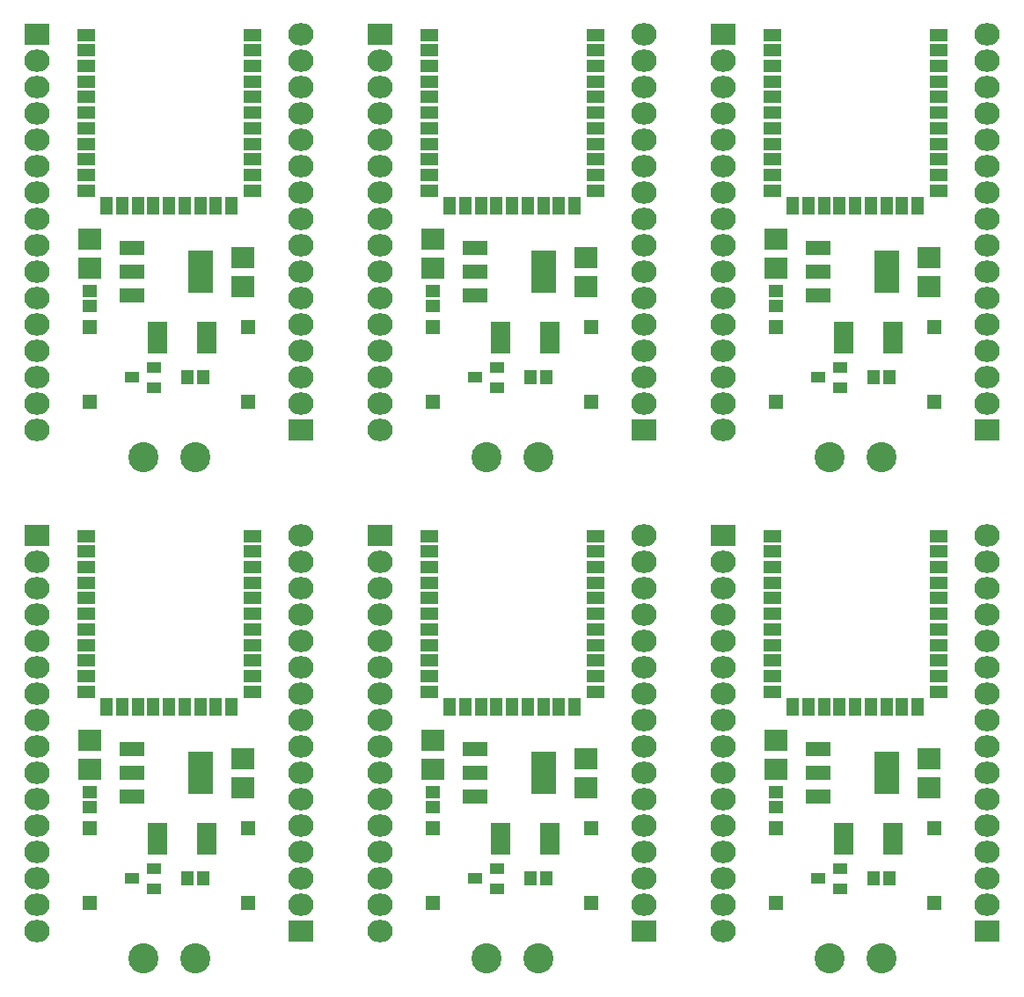
<source format=gts>
G04 #@! TF.FileFunction,Soldermask,Top*
%FSLAX46Y46*%
G04 Gerber Fmt 4.6, Leading zero omitted, Abs format (unit mm)*
G04 Created by KiCad (PCBNEW no-vcs-found-undefined) date Sun Nov  6 11:39:55 2016*
%MOMM*%
%LPD*%
G01*
G04 APERTURE LIST*
%ADD10C,0.100000*%
%ADD11R,2.432000X2.127200*%
%ADD12O,2.432000X2.127200*%
%ADD13R,1.400760X0.999440*%
%ADD14R,1.400760X1.299160*%
%ADD15R,1.299160X1.400760*%
%ADD16R,1.400760X1.400760*%
%ADD17R,2.432000X1.416000*%
%ADD18R,2.432000X4.057600*%
%ADD19R,1.901140X3.100020*%
%ADD20R,2.203400X2.000200*%
%ADD21R,1.300000X1.750000*%
%ADD22R,1.750000X1.300000*%
%ADD23C,2.900000*%
G04 APERTURE END LIST*
D10*
D11*
X89941400Y-95351600D03*
D12*
X89941400Y-97891600D03*
X89941400Y-100431600D03*
X89941400Y-102971600D03*
X89941400Y-105511600D03*
X89941400Y-108051600D03*
X89941400Y-110591600D03*
X89941400Y-113131600D03*
X89941400Y-115671600D03*
X89941400Y-118211600D03*
X89941400Y-120751600D03*
X89941400Y-123291600D03*
X89941400Y-125831600D03*
X89941400Y-128371600D03*
X89941400Y-130911600D03*
X89941400Y-133451600D03*
X115341400Y-95351600D03*
X115341400Y-97891600D03*
X115341400Y-100431600D03*
X115341400Y-102971600D03*
X115341400Y-105511600D03*
X115341400Y-108051600D03*
X115341400Y-110591600D03*
X115341400Y-113131600D03*
X115341400Y-115671600D03*
X115341400Y-118211600D03*
X115341400Y-120751600D03*
X115341400Y-123291600D03*
X115341400Y-125831600D03*
X115341400Y-128371600D03*
X115341400Y-130911600D03*
D11*
X115341400Y-133451600D03*
D13*
X101158040Y-129324100D03*
X99044760Y-128371600D03*
X101158040Y-127419100D03*
D14*
X95021400Y-121503440D03*
X95021400Y-119999760D03*
D15*
X105933240Y-128371600D03*
X104429560Y-128371600D03*
D16*
X95021400Y-130700780D03*
X95021400Y-123502420D03*
X110261400Y-130700780D03*
X110261400Y-123502420D03*
D17*
X99085400Y-115925600D03*
X99085400Y-120497600D03*
X99085400Y-118211600D03*
D18*
X105689400Y-118211600D03*
D19*
X101511100Y-124561600D03*
X106311700Y-124561600D03*
D20*
X109753400Y-116814600D03*
X109753400Y-119608600D03*
X95021400Y-117830600D03*
X95021400Y-115036600D03*
D21*
X96640400Y-111861600D03*
X98140400Y-111861600D03*
X99640400Y-111861600D03*
X101140400Y-111861600D03*
X102640400Y-111861600D03*
X104140400Y-111861600D03*
X105640400Y-111861600D03*
X107140400Y-111861600D03*
X108640400Y-111861600D03*
D22*
X94640400Y-110361600D03*
X94640400Y-108861600D03*
X94640400Y-107361600D03*
X94640400Y-105861600D03*
X94640400Y-104361600D03*
X94640400Y-102861600D03*
X94640400Y-101361600D03*
X94640400Y-99861600D03*
X94640400Y-98361600D03*
X94640400Y-96861600D03*
X94640400Y-95361600D03*
X110640400Y-95361600D03*
X110640400Y-96861600D03*
X110640400Y-98361600D03*
X110640400Y-99861600D03*
X110640400Y-101361600D03*
X110640400Y-102861600D03*
X110640400Y-104361600D03*
X110640400Y-105861600D03*
X110640400Y-107361600D03*
X110640400Y-108861600D03*
X110640400Y-110361600D03*
D23*
X100177000Y-136025000D03*
X105177000Y-136025000D03*
X72157000Y-136025000D03*
X67157000Y-136025000D03*
D22*
X77620400Y-110361600D03*
X77620400Y-108861600D03*
X77620400Y-107361600D03*
X77620400Y-105861600D03*
X77620400Y-104361600D03*
X77620400Y-102861600D03*
X77620400Y-101361600D03*
X77620400Y-99861600D03*
X77620400Y-98361600D03*
X77620400Y-96861600D03*
X77620400Y-95361600D03*
X61620400Y-95361600D03*
X61620400Y-96861600D03*
X61620400Y-98361600D03*
X61620400Y-99861600D03*
X61620400Y-101361600D03*
X61620400Y-102861600D03*
X61620400Y-104361600D03*
X61620400Y-105861600D03*
X61620400Y-107361600D03*
X61620400Y-108861600D03*
X61620400Y-110361600D03*
D21*
X75620400Y-111861600D03*
X74120400Y-111861600D03*
X72620400Y-111861600D03*
X71120400Y-111861600D03*
X69620400Y-111861600D03*
X68120400Y-111861600D03*
X66620400Y-111861600D03*
X65120400Y-111861600D03*
X63620400Y-111861600D03*
D20*
X62001400Y-115036600D03*
X62001400Y-117830600D03*
X76733400Y-119608600D03*
X76733400Y-116814600D03*
D19*
X73291700Y-124561600D03*
X68491100Y-124561600D03*
D18*
X72669400Y-118211600D03*
D17*
X66065400Y-118211600D03*
X66065400Y-120497600D03*
X66065400Y-115925600D03*
D16*
X77241400Y-123502420D03*
X77241400Y-130700780D03*
X62001400Y-123502420D03*
X62001400Y-130700780D03*
D15*
X71409560Y-128371600D03*
X72913240Y-128371600D03*
D14*
X62001400Y-119999760D03*
X62001400Y-121503440D03*
D13*
X68138040Y-127419100D03*
X66024760Y-128371600D03*
X68138040Y-129324100D03*
D11*
X82321400Y-133451600D03*
D12*
X82321400Y-130911600D03*
X82321400Y-128371600D03*
X82321400Y-125831600D03*
X82321400Y-123291600D03*
X82321400Y-120751600D03*
X82321400Y-118211600D03*
X82321400Y-115671600D03*
X82321400Y-113131600D03*
X82321400Y-110591600D03*
X82321400Y-108051600D03*
X82321400Y-105511600D03*
X82321400Y-102971600D03*
X82321400Y-100431600D03*
X82321400Y-97891600D03*
X82321400Y-95351600D03*
X56921400Y-133451600D03*
X56921400Y-130911600D03*
X56921400Y-128371600D03*
X56921400Y-125831600D03*
X56921400Y-123291600D03*
X56921400Y-120751600D03*
X56921400Y-118211600D03*
X56921400Y-115671600D03*
X56921400Y-113131600D03*
X56921400Y-110591600D03*
X56921400Y-108051600D03*
X56921400Y-105511600D03*
X56921400Y-102971600D03*
X56921400Y-100431600D03*
X56921400Y-97891600D03*
D11*
X56921400Y-95351600D03*
X23901400Y-95351600D03*
D12*
X23901400Y-97891600D03*
X23901400Y-100431600D03*
X23901400Y-102971600D03*
X23901400Y-105511600D03*
X23901400Y-108051600D03*
X23901400Y-110591600D03*
X23901400Y-113131600D03*
X23901400Y-115671600D03*
X23901400Y-118211600D03*
X23901400Y-120751600D03*
X23901400Y-123291600D03*
X23901400Y-125831600D03*
X23901400Y-128371600D03*
X23901400Y-130911600D03*
X23901400Y-133451600D03*
X49301400Y-95351600D03*
X49301400Y-97891600D03*
X49301400Y-100431600D03*
X49301400Y-102971600D03*
X49301400Y-105511600D03*
X49301400Y-108051600D03*
X49301400Y-110591600D03*
X49301400Y-113131600D03*
X49301400Y-115671600D03*
X49301400Y-118211600D03*
X49301400Y-120751600D03*
X49301400Y-123291600D03*
X49301400Y-125831600D03*
X49301400Y-128371600D03*
X49301400Y-130911600D03*
D11*
X49301400Y-133451600D03*
D13*
X35118040Y-129324100D03*
X33004760Y-128371600D03*
X35118040Y-127419100D03*
D14*
X28981400Y-121503440D03*
X28981400Y-119999760D03*
D15*
X39893240Y-128371600D03*
X38389560Y-128371600D03*
D16*
X28981400Y-130700780D03*
X28981400Y-123502420D03*
X44221400Y-130700780D03*
X44221400Y-123502420D03*
D17*
X33045400Y-115925600D03*
X33045400Y-120497600D03*
X33045400Y-118211600D03*
D18*
X39649400Y-118211600D03*
D19*
X35471100Y-124561600D03*
X40271700Y-124561600D03*
D20*
X43713400Y-116814600D03*
X43713400Y-119608600D03*
X28981400Y-117830600D03*
X28981400Y-115036600D03*
D21*
X30600400Y-111861600D03*
X32100400Y-111861600D03*
X33600400Y-111861600D03*
X35100400Y-111861600D03*
X36600400Y-111861600D03*
X38100400Y-111861600D03*
X39600400Y-111861600D03*
X41100400Y-111861600D03*
X42600400Y-111861600D03*
D22*
X28600400Y-110361600D03*
X28600400Y-108861600D03*
X28600400Y-107361600D03*
X28600400Y-105861600D03*
X28600400Y-104361600D03*
X28600400Y-102861600D03*
X28600400Y-101361600D03*
X28600400Y-99861600D03*
X28600400Y-98361600D03*
X28600400Y-96861600D03*
X28600400Y-95361600D03*
X44600400Y-95361600D03*
X44600400Y-96861600D03*
X44600400Y-98361600D03*
X44600400Y-99861600D03*
X44600400Y-101361600D03*
X44600400Y-102861600D03*
X44600400Y-104361600D03*
X44600400Y-105861600D03*
X44600400Y-107361600D03*
X44600400Y-108861600D03*
X44600400Y-110361600D03*
D23*
X34137000Y-136025000D03*
X39137000Y-136025000D03*
X39137000Y-184285000D03*
X34137000Y-184285000D03*
D22*
X44600400Y-158621600D03*
X44600400Y-157121600D03*
X44600400Y-155621600D03*
X44600400Y-154121600D03*
X44600400Y-152621600D03*
X44600400Y-151121600D03*
X44600400Y-149621600D03*
X44600400Y-148121600D03*
X44600400Y-146621600D03*
X44600400Y-145121600D03*
X44600400Y-143621600D03*
X28600400Y-143621600D03*
X28600400Y-145121600D03*
X28600400Y-146621600D03*
X28600400Y-148121600D03*
X28600400Y-149621600D03*
X28600400Y-151121600D03*
X28600400Y-152621600D03*
X28600400Y-154121600D03*
X28600400Y-155621600D03*
X28600400Y-157121600D03*
X28600400Y-158621600D03*
D21*
X42600400Y-160121600D03*
X41100400Y-160121600D03*
X39600400Y-160121600D03*
X38100400Y-160121600D03*
X36600400Y-160121600D03*
X35100400Y-160121600D03*
X33600400Y-160121600D03*
X32100400Y-160121600D03*
X30600400Y-160121600D03*
D20*
X28981400Y-163296600D03*
X28981400Y-166090600D03*
X43713400Y-167868600D03*
X43713400Y-165074600D03*
D19*
X40271700Y-172821600D03*
X35471100Y-172821600D03*
D18*
X39649400Y-166471600D03*
D17*
X33045400Y-166471600D03*
X33045400Y-168757600D03*
X33045400Y-164185600D03*
D16*
X44221400Y-171762420D03*
X44221400Y-178960780D03*
X28981400Y-171762420D03*
X28981400Y-178960780D03*
D15*
X38389560Y-176631600D03*
X39893240Y-176631600D03*
D14*
X28981400Y-168259760D03*
X28981400Y-169763440D03*
D13*
X35118040Y-175679100D03*
X33004760Y-176631600D03*
X35118040Y-177584100D03*
D11*
X49301400Y-181711600D03*
D12*
X49301400Y-179171600D03*
X49301400Y-176631600D03*
X49301400Y-174091600D03*
X49301400Y-171551600D03*
X49301400Y-169011600D03*
X49301400Y-166471600D03*
X49301400Y-163931600D03*
X49301400Y-161391600D03*
X49301400Y-158851600D03*
X49301400Y-156311600D03*
X49301400Y-153771600D03*
X49301400Y-151231600D03*
X49301400Y-148691600D03*
X49301400Y-146151600D03*
X49301400Y-143611600D03*
X23901400Y-181711600D03*
X23901400Y-179171600D03*
X23901400Y-176631600D03*
X23901400Y-174091600D03*
X23901400Y-171551600D03*
X23901400Y-169011600D03*
X23901400Y-166471600D03*
X23901400Y-163931600D03*
X23901400Y-161391600D03*
X23901400Y-158851600D03*
X23901400Y-156311600D03*
X23901400Y-153771600D03*
X23901400Y-151231600D03*
X23901400Y-148691600D03*
X23901400Y-146151600D03*
D11*
X23901400Y-143611600D03*
X56921400Y-143611600D03*
D12*
X56921400Y-146151600D03*
X56921400Y-148691600D03*
X56921400Y-151231600D03*
X56921400Y-153771600D03*
X56921400Y-156311600D03*
X56921400Y-158851600D03*
X56921400Y-161391600D03*
X56921400Y-163931600D03*
X56921400Y-166471600D03*
X56921400Y-169011600D03*
X56921400Y-171551600D03*
X56921400Y-174091600D03*
X56921400Y-176631600D03*
X56921400Y-179171600D03*
X56921400Y-181711600D03*
X82321400Y-143611600D03*
X82321400Y-146151600D03*
X82321400Y-148691600D03*
X82321400Y-151231600D03*
X82321400Y-153771600D03*
X82321400Y-156311600D03*
X82321400Y-158851600D03*
X82321400Y-161391600D03*
X82321400Y-163931600D03*
X82321400Y-166471600D03*
X82321400Y-169011600D03*
X82321400Y-171551600D03*
X82321400Y-174091600D03*
X82321400Y-176631600D03*
X82321400Y-179171600D03*
D11*
X82321400Y-181711600D03*
D13*
X68138040Y-177584100D03*
X66024760Y-176631600D03*
X68138040Y-175679100D03*
D14*
X62001400Y-169763440D03*
X62001400Y-168259760D03*
D15*
X72913240Y-176631600D03*
X71409560Y-176631600D03*
D16*
X62001400Y-178960780D03*
X62001400Y-171762420D03*
X77241400Y-178960780D03*
X77241400Y-171762420D03*
D17*
X66065400Y-164185600D03*
X66065400Y-168757600D03*
X66065400Y-166471600D03*
D18*
X72669400Y-166471600D03*
D19*
X68491100Y-172821600D03*
X73291700Y-172821600D03*
D20*
X76733400Y-165074600D03*
X76733400Y-167868600D03*
X62001400Y-166090600D03*
X62001400Y-163296600D03*
D21*
X63620400Y-160121600D03*
X65120400Y-160121600D03*
X66620400Y-160121600D03*
X68120400Y-160121600D03*
X69620400Y-160121600D03*
X71120400Y-160121600D03*
X72620400Y-160121600D03*
X74120400Y-160121600D03*
X75620400Y-160121600D03*
D22*
X61620400Y-158621600D03*
X61620400Y-157121600D03*
X61620400Y-155621600D03*
X61620400Y-154121600D03*
X61620400Y-152621600D03*
X61620400Y-151121600D03*
X61620400Y-149621600D03*
X61620400Y-148121600D03*
X61620400Y-146621600D03*
X61620400Y-145121600D03*
X61620400Y-143621600D03*
X77620400Y-143621600D03*
X77620400Y-145121600D03*
X77620400Y-146621600D03*
X77620400Y-148121600D03*
X77620400Y-149621600D03*
X77620400Y-151121600D03*
X77620400Y-152621600D03*
X77620400Y-154121600D03*
X77620400Y-155621600D03*
X77620400Y-157121600D03*
X77620400Y-158621600D03*
D23*
X67157000Y-184285000D03*
X72157000Y-184285000D03*
X105177000Y-184285000D03*
X100177000Y-184285000D03*
D22*
X110640400Y-158621600D03*
X110640400Y-157121600D03*
X110640400Y-155621600D03*
X110640400Y-154121600D03*
X110640400Y-152621600D03*
X110640400Y-151121600D03*
X110640400Y-149621600D03*
X110640400Y-148121600D03*
X110640400Y-146621600D03*
X110640400Y-145121600D03*
X110640400Y-143621600D03*
X94640400Y-143621600D03*
X94640400Y-145121600D03*
X94640400Y-146621600D03*
X94640400Y-148121600D03*
X94640400Y-149621600D03*
X94640400Y-151121600D03*
X94640400Y-152621600D03*
X94640400Y-154121600D03*
X94640400Y-155621600D03*
X94640400Y-157121600D03*
X94640400Y-158621600D03*
D21*
X108640400Y-160121600D03*
X107140400Y-160121600D03*
X105640400Y-160121600D03*
X104140400Y-160121600D03*
X102640400Y-160121600D03*
X101140400Y-160121600D03*
X99640400Y-160121600D03*
X98140400Y-160121600D03*
X96640400Y-160121600D03*
D20*
X95021400Y-163296600D03*
X95021400Y-166090600D03*
X109753400Y-167868600D03*
X109753400Y-165074600D03*
D19*
X106311700Y-172821600D03*
X101511100Y-172821600D03*
D18*
X105689400Y-166471600D03*
D17*
X99085400Y-166471600D03*
X99085400Y-168757600D03*
X99085400Y-164185600D03*
D16*
X110261400Y-171762420D03*
X110261400Y-178960780D03*
X95021400Y-171762420D03*
X95021400Y-178960780D03*
D15*
X104429560Y-176631600D03*
X105933240Y-176631600D03*
D14*
X95021400Y-168259760D03*
X95021400Y-169763440D03*
D13*
X101158040Y-175679100D03*
X99044760Y-176631600D03*
X101158040Y-177584100D03*
D11*
X115341400Y-181711600D03*
D12*
X115341400Y-179171600D03*
X115341400Y-176631600D03*
X115341400Y-174091600D03*
X115341400Y-171551600D03*
X115341400Y-169011600D03*
X115341400Y-166471600D03*
X115341400Y-163931600D03*
X115341400Y-161391600D03*
X115341400Y-158851600D03*
X115341400Y-156311600D03*
X115341400Y-153771600D03*
X115341400Y-151231600D03*
X115341400Y-148691600D03*
X115341400Y-146151600D03*
X115341400Y-143611600D03*
X89941400Y-181711600D03*
X89941400Y-179171600D03*
X89941400Y-176631600D03*
X89941400Y-174091600D03*
X89941400Y-171551600D03*
X89941400Y-169011600D03*
X89941400Y-166471600D03*
X89941400Y-163931600D03*
X89941400Y-161391600D03*
X89941400Y-158851600D03*
X89941400Y-156311600D03*
X89941400Y-153771600D03*
X89941400Y-151231600D03*
X89941400Y-148691600D03*
X89941400Y-146151600D03*
D11*
X89941400Y-143611600D03*
M02*

</source>
